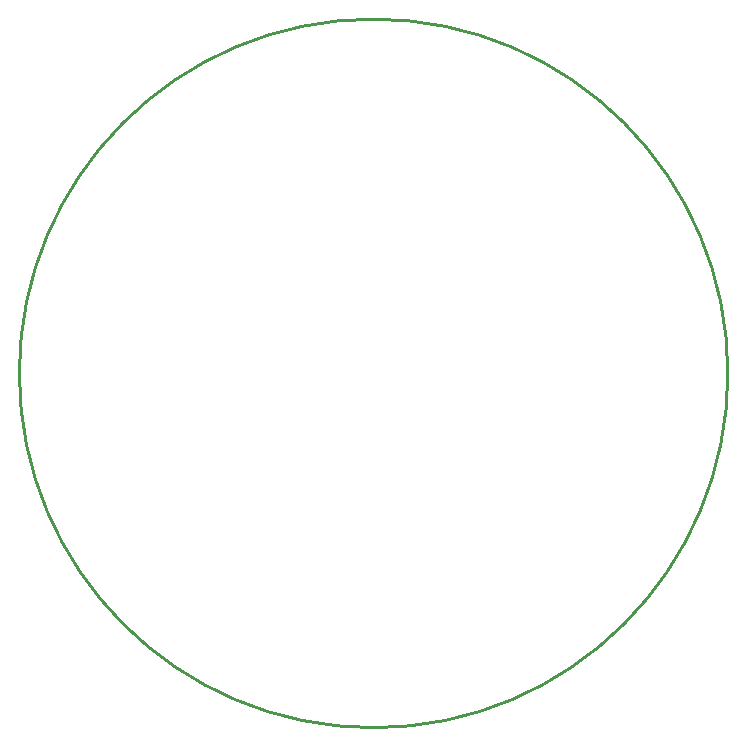
<source format=gm1>
G04*
G04 #@! TF.GenerationSoftware,Altium Limited,Altium Designer,22.2.1 (43)*
G04*
G04 Layer_Color=16711935*
%FSLAX23Y23*%
%MOIN*%
G70*
G04*
G04 #@! TF.SameCoordinates,341014A0-F451-4C88-BB74-CD236E81B47C*
G04*
G04*
G04 #@! TF.FilePolarity,Positive*
G04*
G01*
G75*
%ADD13C,0.010*%
D13*
X4966Y3325D02*
G03*
X4966Y3325I-1181J0D01*
G01*
M02*

</source>
